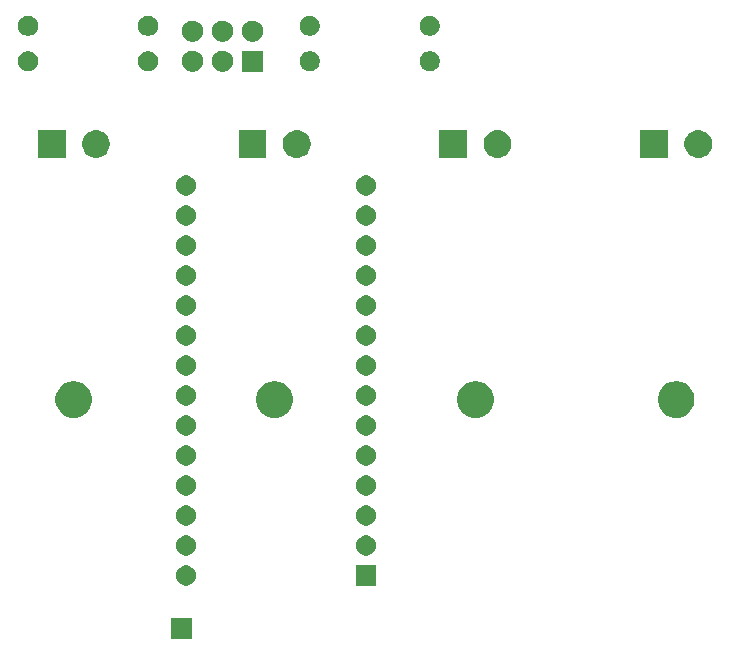
<source format=gts>
G04 #@! TF.GenerationSoftware,KiCad,Pcbnew,(5.1.5)-3*
G04 #@! TF.CreationDate,2021-02-08T23:57:45+00:00*
G04 #@! TF.ProjectId,faderbox,66616465-7262-46f7-982e-6b696361645f,rev?*
G04 #@! TF.SameCoordinates,Original*
G04 #@! TF.FileFunction,Soldermask,Top*
G04 #@! TF.FilePolarity,Negative*
%FSLAX46Y46*%
G04 Gerber Fmt 4.6, Leading zero omitted, Abs format (unit mm)*
G04 Created by KiCad (PCBNEW (5.1.5)-3) date 2021-02-08 23:57:45*
%MOMM*%
%LPD*%
G04 APERTURE LIST*
%ADD10C,0.100000*%
G04 APERTURE END LIST*
D10*
G36*
X69901000Y-80901000D02*
G01*
X68099000Y-80901000D01*
X68099000Y-79099000D01*
X69901000Y-79099000D01*
X69901000Y-80901000D01*
G37*
G36*
X85471000Y-76391000D02*
G01*
X83769000Y-76391000D01*
X83769000Y-74689000D01*
X85471000Y-74689000D01*
X85471000Y-76391000D01*
G37*
G36*
X69628228Y-74721703D02*
G01*
X69783100Y-74785853D01*
X69922481Y-74878985D01*
X70041015Y-74997519D01*
X70134147Y-75136900D01*
X70198297Y-75291772D01*
X70231000Y-75456184D01*
X70231000Y-75623816D01*
X70198297Y-75788228D01*
X70134147Y-75943100D01*
X70041015Y-76082481D01*
X69922481Y-76201015D01*
X69783100Y-76294147D01*
X69628228Y-76358297D01*
X69463816Y-76391000D01*
X69296184Y-76391000D01*
X69131772Y-76358297D01*
X68976900Y-76294147D01*
X68837519Y-76201015D01*
X68718985Y-76082481D01*
X68625853Y-75943100D01*
X68561703Y-75788228D01*
X68529000Y-75623816D01*
X68529000Y-75456184D01*
X68561703Y-75291772D01*
X68625853Y-75136900D01*
X68718985Y-74997519D01*
X68837519Y-74878985D01*
X68976900Y-74785853D01*
X69131772Y-74721703D01*
X69296184Y-74689000D01*
X69463816Y-74689000D01*
X69628228Y-74721703D01*
G37*
G36*
X69628228Y-72181703D02*
G01*
X69783100Y-72245853D01*
X69922481Y-72338985D01*
X70041015Y-72457519D01*
X70134147Y-72596900D01*
X70198297Y-72751772D01*
X70231000Y-72916184D01*
X70231000Y-73083816D01*
X70198297Y-73248228D01*
X70134147Y-73403100D01*
X70041015Y-73542481D01*
X69922481Y-73661015D01*
X69783100Y-73754147D01*
X69628228Y-73818297D01*
X69463816Y-73851000D01*
X69296184Y-73851000D01*
X69131772Y-73818297D01*
X68976900Y-73754147D01*
X68837519Y-73661015D01*
X68718985Y-73542481D01*
X68625853Y-73403100D01*
X68561703Y-73248228D01*
X68529000Y-73083816D01*
X68529000Y-72916184D01*
X68561703Y-72751772D01*
X68625853Y-72596900D01*
X68718985Y-72457519D01*
X68837519Y-72338985D01*
X68976900Y-72245853D01*
X69131772Y-72181703D01*
X69296184Y-72149000D01*
X69463816Y-72149000D01*
X69628228Y-72181703D01*
G37*
G36*
X84868228Y-72181703D02*
G01*
X85023100Y-72245853D01*
X85162481Y-72338985D01*
X85281015Y-72457519D01*
X85374147Y-72596900D01*
X85438297Y-72751772D01*
X85471000Y-72916184D01*
X85471000Y-73083816D01*
X85438297Y-73248228D01*
X85374147Y-73403100D01*
X85281015Y-73542481D01*
X85162481Y-73661015D01*
X85023100Y-73754147D01*
X84868228Y-73818297D01*
X84703816Y-73851000D01*
X84536184Y-73851000D01*
X84371772Y-73818297D01*
X84216900Y-73754147D01*
X84077519Y-73661015D01*
X83958985Y-73542481D01*
X83865853Y-73403100D01*
X83801703Y-73248228D01*
X83769000Y-73083816D01*
X83769000Y-72916184D01*
X83801703Y-72751772D01*
X83865853Y-72596900D01*
X83958985Y-72457519D01*
X84077519Y-72338985D01*
X84216900Y-72245853D01*
X84371772Y-72181703D01*
X84536184Y-72149000D01*
X84703816Y-72149000D01*
X84868228Y-72181703D01*
G37*
G36*
X84868228Y-69641703D02*
G01*
X85023100Y-69705853D01*
X85162481Y-69798985D01*
X85281015Y-69917519D01*
X85374147Y-70056900D01*
X85438297Y-70211772D01*
X85471000Y-70376184D01*
X85471000Y-70543816D01*
X85438297Y-70708228D01*
X85374147Y-70863100D01*
X85281015Y-71002481D01*
X85162481Y-71121015D01*
X85023100Y-71214147D01*
X84868228Y-71278297D01*
X84703816Y-71311000D01*
X84536184Y-71311000D01*
X84371772Y-71278297D01*
X84216900Y-71214147D01*
X84077519Y-71121015D01*
X83958985Y-71002481D01*
X83865853Y-70863100D01*
X83801703Y-70708228D01*
X83769000Y-70543816D01*
X83769000Y-70376184D01*
X83801703Y-70211772D01*
X83865853Y-70056900D01*
X83958985Y-69917519D01*
X84077519Y-69798985D01*
X84216900Y-69705853D01*
X84371772Y-69641703D01*
X84536184Y-69609000D01*
X84703816Y-69609000D01*
X84868228Y-69641703D01*
G37*
G36*
X69628228Y-69641703D02*
G01*
X69783100Y-69705853D01*
X69922481Y-69798985D01*
X70041015Y-69917519D01*
X70134147Y-70056900D01*
X70198297Y-70211772D01*
X70231000Y-70376184D01*
X70231000Y-70543816D01*
X70198297Y-70708228D01*
X70134147Y-70863100D01*
X70041015Y-71002481D01*
X69922481Y-71121015D01*
X69783100Y-71214147D01*
X69628228Y-71278297D01*
X69463816Y-71311000D01*
X69296184Y-71311000D01*
X69131772Y-71278297D01*
X68976900Y-71214147D01*
X68837519Y-71121015D01*
X68718985Y-71002481D01*
X68625853Y-70863100D01*
X68561703Y-70708228D01*
X68529000Y-70543816D01*
X68529000Y-70376184D01*
X68561703Y-70211772D01*
X68625853Y-70056900D01*
X68718985Y-69917519D01*
X68837519Y-69798985D01*
X68976900Y-69705853D01*
X69131772Y-69641703D01*
X69296184Y-69609000D01*
X69463816Y-69609000D01*
X69628228Y-69641703D01*
G37*
G36*
X84868228Y-67101703D02*
G01*
X85023100Y-67165853D01*
X85162481Y-67258985D01*
X85281015Y-67377519D01*
X85374147Y-67516900D01*
X85438297Y-67671772D01*
X85471000Y-67836184D01*
X85471000Y-68003816D01*
X85438297Y-68168228D01*
X85374147Y-68323100D01*
X85281015Y-68462481D01*
X85162481Y-68581015D01*
X85023100Y-68674147D01*
X84868228Y-68738297D01*
X84703816Y-68771000D01*
X84536184Y-68771000D01*
X84371772Y-68738297D01*
X84216900Y-68674147D01*
X84077519Y-68581015D01*
X83958985Y-68462481D01*
X83865853Y-68323100D01*
X83801703Y-68168228D01*
X83769000Y-68003816D01*
X83769000Y-67836184D01*
X83801703Y-67671772D01*
X83865853Y-67516900D01*
X83958985Y-67377519D01*
X84077519Y-67258985D01*
X84216900Y-67165853D01*
X84371772Y-67101703D01*
X84536184Y-67069000D01*
X84703816Y-67069000D01*
X84868228Y-67101703D01*
G37*
G36*
X69628228Y-67101703D02*
G01*
X69783100Y-67165853D01*
X69922481Y-67258985D01*
X70041015Y-67377519D01*
X70134147Y-67516900D01*
X70198297Y-67671772D01*
X70231000Y-67836184D01*
X70231000Y-68003816D01*
X70198297Y-68168228D01*
X70134147Y-68323100D01*
X70041015Y-68462481D01*
X69922481Y-68581015D01*
X69783100Y-68674147D01*
X69628228Y-68738297D01*
X69463816Y-68771000D01*
X69296184Y-68771000D01*
X69131772Y-68738297D01*
X68976900Y-68674147D01*
X68837519Y-68581015D01*
X68718985Y-68462481D01*
X68625853Y-68323100D01*
X68561703Y-68168228D01*
X68529000Y-68003816D01*
X68529000Y-67836184D01*
X68561703Y-67671772D01*
X68625853Y-67516900D01*
X68718985Y-67377519D01*
X68837519Y-67258985D01*
X68976900Y-67165853D01*
X69131772Y-67101703D01*
X69296184Y-67069000D01*
X69463816Y-67069000D01*
X69628228Y-67101703D01*
G37*
G36*
X69628228Y-64561703D02*
G01*
X69783100Y-64625853D01*
X69922481Y-64718985D01*
X70041015Y-64837519D01*
X70134147Y-64976900D01*
X70198297Y-65131772D01*
X70231000Y-65296184D01*
X70231000Y-65463816D01*
X70198297Y-65628228D01*
X70134147Y-65783100D01*
X70041015Y-65922481D01*
X69922481Y-66041015D01*
X69783100Y-66134147D01*
X69628228Y-66198297D01*
X69463816Y-66231000D01*
X69296184Y-66231000D01*
X69131772Y-66198297D01*
X68976900Y-66134147D01*
X68837519Y-66041015D01*
X68718985Y-65922481D01*
X68625853Y-65783100D01*
X68561703Y-65628228D01*
X68529000Y-65463816D01*
X68529000Y-65296184D01*
X68561703Y-65131772D01*
X68625853Y-64976900D01*
X68718985Y-64837519D01*
X68837519Y-64718985D01*
X68976900Y-64625853D01*
X69131772Y-64561703D01*
X69296184Y-64529000D01*
X69463816Y-64529000D01*
X69628228Y-64561703D01*
G37*
G36*
X84868228Y-64561703D02*
G01*
X85023100Y-64625853D01*
X85162481Y-64718985D01*
X85281015Y-64837519D01*
X85374147Y-64976900D01*
X85438297Y-65131772D01*
X85471000Y-65296184D01*
X85471000Y-65463816D01*
X85438297Y-65628228D01*
X85374147Y-65783100D01*
X85281015Y-65922481D01*
X85162481Y-66041015D01*
X85023100Y-66134147D01*
X84868228Y-66198297D01*
X84703816Y-66231000D01*
X84536184Y-66231000D01*
X84371772Y-66198297D01*
X84216900Y-66134147D01*
X84077519Y-66041015D01*
X83958985Y-65922481D01*
X83865853Y-65783100D01*
X83801703Y-65628228D01*
X83769000Y-65463816D01*
X83769000Y-65296184D01*
X83801703Y-65131772D01*
X83865853Y-64976900D01*
X83958985Y-64837519D01*
X84077519Y-64718985D01*
X84216900Y-64625853D01*
X84371772Y-64561703D01*
X84536184Y-64529000D01*
X84703816Y-64529000D01*
X84868228Y-64561703D01*
G37*
G36*
X69628228Y-62021703D02*
G01*
X69783100Y-62085853D01*
X69922481Y-62178985D01*
X70041015Y-62297519D01*
X70134147Y-62436900D01*
X70198297Y-62591772D01*
X70231000Y-62756184D01*
X70231000Y-62923816D01*
X70198297Y-63088228D01*
X70134147Y-63243100D01*
X70041015Y-63382481D01*
X69922481Y-63501015D01*
X69783100Y-63594147D01*
X69628228Y-63658297D01*
X69463816Y-63691000D01*
X69296184Y-63691000D01*
X69131772Y-63658297D01*
X68976900Y-63594147D01*
X68837519Y-63501015D01*
X68718985Y-63382481D01*
X68625853Y-63243100D01*
X68561703Y-63088228D01*
X68529000Y-62923816D01*
X68529000Y-62756184D01*
X68561703Y-62591772D01*
X68625853Y-62436900D01*
X68718985Y-62297519D01*
X68837519Y-62178985D01*
X68976900Y-62085853D01*
X69131772Y-62021703D01*
X69296184Y-61989000D01*
X69463816Y-61989000D01*
X69628228Y-62021703D01*
G37*
G36*
X84868228Y-62021703D02*
G01*
X85023100Y-62085853D01*
X85162481Y-62178985D01*
X85281015Y-62297519D01*
X85374147Y-62436900D01*
X85438297Y-62591772D01*
X85471000Y-62756184D01*
X85471000Y-62923816D01*
X85438297Y-63088228D01*
X85374147Y-63243100D01*
X85281015Y-63382481D01*
X85162481Y-63501015D01*
X85023100Y-63594147D01*
X84868228Y-63658297D01*
X84703816Y-63691000D01*
X84536184Y-63691000D01*
X84371772Y-63658297D01*
X84216900Y-63594147D01*
X84077519Y-63501015D01*
X83958985Y-63382481D01*
X83865853Y-63243100D01*
X83801703Y-63088228D01*
X83769000Y-62923816D01*
X83769000Y-62756184D01*
X83801703Y-62591772D01*
X83865853Y-62436900D01*
X83958985Y-62297519D01*
X84077519Y-62178985D01*
X84216900Y-62085853D01*
X84371772Y-62021703D01*
X84536184Y-61989000D01*
X84703816Y-61989000D01*
X84868228Y-62021703D01*
G37*
G36*
X94177585Y-59128802D02*
G01*
X94327410Y-59158604D01*
X94609674Y-59275521D01*
X94863705Y-59445259D01*
X95079741Y-59661295D01*
X95249479Y-59915326D01*
X95366396Y-60197590D01*
X95426000Y-60497240D01*
X95426000Y-60802760D01*
X95366396Y-61102410D01*
X95249479Y-61384674D01*
X95079741Y-61638705D01*
X94863705Y-61854741D01*
X94609674Y-62024479D01*
X94327410Y-62141396D01*
X94177585Y-62171198D01*
X94027761Y-62201000D01*
X93722239Y-62201000D01*
X93572415Y-62171198D01*
X93422590Y-62141396D01*
X93140326Y-62024479D01*
X92886295Y-61854741D01*
X92670259Y-61638705D01*
X92500521Y-61384674D01*
X92383604Y-61102410D01*
X92324000Y-60802760D01*
X92324000Y-60497240D01*
X92383604Y-60197590D01*
X92500521Y-59915326D01*
X92670259Y-59661295D01*
X92886295Y-59445259D01*
X93140326Y-59275521D01*
X93422590Y-59158604D01*
X93572415Y-59128802D01*
X93722239Y-59099000D01*
X94027761Y-59099000D01*
X94177585Y-59128802D01*
G37*
G36*
X77177585Y-59128802D02*
G01*
X77327410Y-59158604D01*
X77609674Y-59275521D01*
X77863705Y-59445259D01*
X78079741Y-59661295D01*
X78249479Y-59915326D01*
X78366396Y-60197590D01*
X78426000Y-60497240D01*
X78426000Y-60802760D01*
X78366396Y-61102410D01*
X78249479Y-61384674D01*
X78079741Y-61638705D01*
X77863705Y-61854741D01*
X77609674Y-62024479D01*
X77327410Y-62141396D01*
X77177585Y-62171198D01*
X77027761Y-62201000D01*
X76722239Y-62201000D01*
X76572415Y-62171198D01*
X76422590Y-62141396D01*
X76140326Y-62024479D01*
X75886295Y-61854741D01*
X75670259Y-61638705D01*
X75500521Y-61384674D01*
X75383604Y-61102410D01*
X75324000Y-60802760D01*
X75324000Y-60497240D01*
X75383604Y-60197590D01*
X75500521Y-59915326D01*
X75670259Y-59661295D01*
X75886295Y-59445259D01*
X76140326Y-59275521D01*
X76422590Y-59158604D01*
X76572415Y-59128802D01*
X76722239Y-59099000D01*
X77027761Y-59099000D01*
X77177585Y-59128802D01*
G37*
G36*
X111177585Y-59128802D02*
G01*
X111327410Y-59158604D01*
X111609674Y-59275521D01*
X111863705Y-59445259D01*
X112079741Y-59661295D01*
X112249479Y-59915326D01*
X112366396Y-60197590D01*
X112426000Y-60497240D01*
X112426000Y-60802760D01*
X112366396Y-61102410D01*
X112249479Y-61384674D01*
X112079741Y-61638705D01*
X111863705Y-61854741D01*
X111609674Y-62024479D01*
X111327410Y-62141396D01*
X111177585Y-62171198D01*
X111027761Y-62201000D01*
X110722239Y-62201000D01*
X110572415Y-62171198D01*
X110422590Y-62141396D01*
X110140326Y-62024479D01*
X109886295Y-61854741D01*
X109670259Y-61638705D01*
X109500521Y-61384674D01*
X109383604Y-61102410D01*
X109324000Y-60802760D01*
X109324000Y-60497240D01*
X109383604Y-60197590D01*
X109500521Y-59915326D01*
X109670259Y-59661295D01*
X109886295Y-59445259D01*
X110140326Y-59275521D01*
X110422590Y-59158604D01*
X110572415Y-59128802D01*
X110722239Y-59099000D01*
X111027761Y-59099000D01*
X111177585Y-59128802D01*
G37*
G36*
X60177585Y-59128802D02*
G01*
X60327410Y-59158604D01*
X60609674Y-59275521D01*
X60863705Y-59445259D01*
X61079741Y-59661295D01*
X61249479Y-59915326D01*
X61366396Y-60197590D01*
X61426000Y-60497240D01*
X61426000Y-60802760D01*
X61366396Y-61102410D01*
X61249479Y-61384674D01*
X61079741Y-61638705D01*
X60863705Y-61854741D01*
X60609674Y-62024479D01*
X60327410Y-62141396D01*
X60177585Y-62171198D01*
X60027761Y-62201000D01*
X59722239Y-62201000D01*
X59572415Y-62171198D01*
X59422590Y-62141396D01*
X59140326Y-62024479D01*
X58886295Y-61854741D01*
X58670259Y-61638705D01*
X58500521Y-61384674D01*
X58383604Y-61102410D01*
X58324000Y-60802760D01*
X58324000Y-60497240D01*
X58383604Y-60197590D01*
X58500521Y-59915326D01*
X58670259Y-59661295D01*
X58886295Y-59445259D01*
X59140326Y-59275521D01*
X59422590Y-59158604D01*
X59572415Y-59128802D01*
X59722239Y-59099000D01*
X60027761Y-59099000D01*
X60177585Y-59128802D01*
G37*
G36*
X69628228Y-59481703D02*
G01*
X69783100Y-59545853D01*
X69922481Y-59638985D01*
X70041015Y-59757519D01*
X70134147Y-59896900D01*
X70198297Y-60051772D01*
X70231000Y-60216184D01*
X70231000Y-60383816D01*
X70198297Y-60548228D01*
X70134147Y-60703100D01*
X70041015Y-60842481D01*
X69922481Y-60961015D01*
X69783100Y-61054147D01*
X69628228Y-61118297D01*
X69463816Y-61151000D01*
X69296184Y-61151000D01*
X69131772Y-61118297D01*
X68976900Y-61054147D01*
X68837519Y-60961015D01*
X68718985Y-60842481D01*
X68625853Y-60703100D01*
X68561703Y-60548228D01*
X68529000Y-60383816D01*
X68529000Y-60216184D01*
X68561703Y-60051772D01*
X68625853Y-59896900D01*
X68718985Y-59757519D01*
X68837519Y-59638985D01*
X68976900Y-59545853D01*
X69131772Y-59481703D01*
X69296184Y-59449000D01*
X69463816Y-59449000D01*
X69628228Y-59481703D01*
G37*
G36*
X84868228Y-59481703D02*
G01*
X85023100Y-59545853D01*
X85162481Y-59638985D01*
X85281015Y-59757519D01*
X85374147Y-59896900D01*
X85438297Y-60051772D01*
X85471000Y-60216184D01*
X85471000Y-60383816D01*
X85438297Y-60548228D01*
X85374147Y-60703100D01*
X85281015Y-60842481D01*
X85162481Y-60961015D01*
X85023100Y-61054147D01*
X84868228Y-61118297D01*
X84703816Y-61151000D01*
X84536184Y-61151000D01*
X84371772Y-61118297D01*
X84216900Y-61054147D01*
X84077519Y-60961015D01*
X83958985Y-60842481D01*
X83865853Y-60703100D01*
X83801703Y-60548228D01*
X83769000Y-60383816D01*
X83769000Y-60216184D01*
X83801703Y-60051772D01*
X83865853Y-59896900D01*
X83958985Y-59757519D01*
X84077519Y-59638985D01*
X84216900Y-59545853D01*
X84371772Y-59481703D01*
X84536184Y-59449000D01*
X84703816Y-59449000D01*
X84868228Y-59481703D01*
G37*
G36*
X84868228Y-56941703D02*
G01*
X85023100Y-57005853D01*
X85162481Y-57098985D01*
X85281015Y-57217519D01*
X85374147Y-57356900D01*
X85438297Y-57511772D01*
X85471000Y-57676184D01*
X85471000Y-57843816D01*
X85438297Y-58008228D01*
X85374147Y-58163100D01*
X85281015Y-58302481D01*
X85162481Y-58421015D01*
X85023100Y-58514147D01*
X84868228Y-58578297D01*
X84703816Y-58611000D01*
X84536184Y-58611000D01*
X84371772Y-58578297D01*
X84216900Y-58514147D01*
X84077519Y-58421015D01*
X83958985Y-58302481D01*
X83865853Y-58163100D01*
X83801703Y-58008228D01*
X83769000Y-57843816D01*
X83769000Y-57676184D01*
X83801703Y-57511772D01*
X83865853Y-57356900D01*
X83958985Y-57217519D01*
X84077519Y-57098985D01*
X84216900Y-57005853D01*
X84371772Y-56941703D01*
X84536184Y-56909000D01*
X84703816Y-56909000D01*
X84868228Y-56941703D01*
G37*
G36*
X69628228Y-56941703D02*
G01*
X69783100Y-57005853D01*
X69922481Y-57098985D01*
X70041015Y-57217519D01*
X70134147Y-57356900D01*
X70198297Y-57511772D01*
X70231000Y-57676184D01*
X70231000Y-57843816D01*
X70198297Y-58008228D01*
X70134147Y-58163100D01*
X70041015Y-58302481D01*
X69922481Y-58421015D01*
X69783100Y-58514147D01*
X69628228Y-58578297D01*
X69463816Y-58611000D01*
X69296184Y-58611000D01*
X69131772Y-58578297D01*
X68976900Y-58514147D01*
X68837519Y-58421015D01*
X68718985Y-58302481D01*
X68625853Y-58163100D01*
X68561703Y-58008228D01*
X68529000Y-57843816D01*
X68529000Y-57676184D01*
X68561703Y-57511772D01*
X68625853Y-57356900D01*
X68718985Y-57217519D01*
X68837519Y-57098985D01*
X68976900Y-57005853D01*
X69131772Y-56941703D01*
X69296184Y-56909000D01*
X69463816Y-56909000D01*
X69628228Y-56941703D01*
G37*
G36*
X84868228Y-54401703D02*
G01*
X85023100Y-54465853D01*
X85162481Y-54558985D01*
X85281015Y-54677519D01*
X85374147Y-54816900D01*
X85438297Y-54971772D01*
X85471000Y-55136184D01*
X85471000Y-55303816D01*
X85438297Y-55468228D01*
X85374147Y-55623100D01*
X85281015Y-55762481D01*
X85162481Y-55881015D01*
X85023100Y-55974147D01*
X84868228Y-56038297D01*
X84703816Y-56071000D01*
X84536184Y-56071000D01*
X84371772Y-56038297D01*
X84216900Y-55974147D01*
X84077519Y-55881015D01*
X83958985Y-55762481D01*
X83865853Y-55623100D01*
X83801703Y-55468228D01*
X83769000Y-55303816D01*
X83769000Y-55136184D01*
X83801703Y-54971772D01*
X83865853Y-54816900D01*
X83958985Y-54677519D01*
X84077519Y-54558985D01*
X84216900Y-54465853D01*
X84371772Y-54401703D01*
X84536184Y-54369000D01*
X84703816Y-54369000D01*
X84868228Y-54401703D01*
G37*
G36*
X69628228Y-54401703D02*
G01*
X69783100Y-54465853D01*
X69922481Y-54558985D01*
X70041015Y-54677519D01*
X70134147Y-54816900D01*
X70198297Y-54971772D01*
X70231000Y-55136184D01*
X70231000Y-55303816D01*
X70198297Y-55468228D01*
X70134147Y-55623100D01*
X70041015Y-55762481D01*
X69922481Y-55881015D01*
X69783100Y-55974147D01*
X69628228Y-56038297D01*
X69463816Y-56071000D01*
X69296184Y-56071000D01*
X69131772Y-56038297D01*
X68976900Y-55974147D01*
X68837519Y-55881015D01*
X68718985Y-55762481D01*
X68625853Y-55623100D01*
X68561703Y-55468228D01*
X68529000Y-55303816D01*
X68529000Y-55136184D01*
X68561703Y-54971772D01*
X68625853Y-54816900D01*
X68718985Y-54677519D01*
X68837519Y-54558985D01*
X68976900Y-54465853D01*
X69131772Y-54401703D01*
X69296184Y-54369000D01*
X69463816Y-54369000D01*
X69628228Y-54401703D01*
G37*
G36*
X84868228Y-51861703D02*
G01*
X85023100Y-51925853D01*
X85162481Y-52018985D01*
X85281015Y-52137519D01*
X85374147Y-52276900D01*
X85438297Y-52431772D01*
X85471000Y-52596184D01*
X85471000Y-52763816D01*
X85438297Y-52928228D01*
X85374147Y-53083100D01*
X85281015Y-53222481D01*
X85162481Y-53341015D01*
X85023100Y-53434147D01*
X84868228Y-53498297D01*
X84703816Y-53531000D01*
X84536184Y-53531000D01*
X84371772Y-53498297D01*
X84216900Y-53434147D01*
X84077519Y-53341015D01*
X83958985Y-53222481D01*
X83865853Y-53083100D01*
X83801703Y-52928228D01*
X83769000Y-52763816D01*
X83769000Y-52596184D01*
X83801703Y-52431772D01*
X83865853Y-52276900D01*
X83958985Y-52137519D01*
X84077519Y-52018985D01*
X84216900Y-51925853D01*
X84371772Y-51861703D01*
X84536184Y-51829000D01*
X84703816Y-51829000D01*
X84868228Y-51861703D01*
G37*
G36*
X69628228Y-51861703D02*
G01*
X69783100Y-51925853D01*
X69922481Y-52018985D01*
X70041015Y-52137519D01*
X70134147Y-52276900D01*
X70198297Y-52431772D01*
X70231000Y-52596184D01*
X70231000Y-52763816D01*
X70198297Y-52928228D01*
X70134147Y-53083100D01*
X70041015Y-53222481D01*
X69922481Y-53341015D01*
X69783100Y-53434147D01*
X69628228Y-53498297D01*
X69463816Y-53531000D01*
X69296184Y-53531000D01*
X69131772Y-53498297D01*
X68976900Y-53434147D01*
X68837519Y-53341015D01*
X68718985Y-53222481D01*
X68625853Y-53083100D01*
X68561703Y-52928228D01*
X68529000Y-52763816D01*
X68529000Y-52596184D01*
X68561703Y-52431772D01*
X68625853Y-52276900D01*
X68718985Y-52137519D01*
X68837519Y-52018985D01*
X68976900Y-51925853D01*
X69131772Y-51861703D01*
X69296184Y-51829000D01*
X69463816Y-51829000D01*
X69628228Y-51861703D01*
G37*
G36*
X84868228Y-49321703D02*
G01*
X85023100Y-49385853D01*
X85162481Y-49478985D01*
X85281015Y-49597519D01*
X85374147Y-49736900D01*
X85438297Y-49891772D01*
X85471000Y-50056184D01*
X85471000Y-50223816D01*
X85438297Y-50388228D01*
X85374147Y-50543100D01*
X85281015Y-50682481D01*
X85162481Y-50801015D01*
X85023100Y-50894147D01*
X84868228Y-50958297D01*
X84703816Y-50991000D01*
X84536184Y-50991000D01*
X84371772Y-50958297D01*
X84216900Y-50894147D01*
X84077519Y-50801015D01*
X83958985Y-50682481D01*
X83865853Y-50543100D01*
X83801703Y-50388228D01*
X83769000Y-50223816D01*
X83769000Y-50056184D01*
X83801703Y-49891772D01*
X83865853Y-49736900D01*
X83958985Y-49597519D01*
X84077519Y-49478985D01*
X84216900Y-49385853D01*
X84371772Y-49321703D01*
X84536184Y-49289000D01*
X84703816Y-49289000D01*
X84868228Y-49321703D01*
G37*
G36*
X69628228Y-49321703D02*
G01*
X69783100Y-49385853D01*
X69922481Y-49478985D01*
X70041015Y-49597519D01*
X70134147Y-49736900D01*
X70198297Y-49891772D01*
X70231000Y-50056184D01*
X70231000Y-50223816D01*
X70198297Y-50388228D01*
X70134147Y-50543100D01*
X70041015Y-50682481D01*
X69922481Y-50801015D01*
X69783100Y-50894147D01*
X69628228Y-50958297D01*
X69463816Y-50991000D01*
X69296184Y-50991000D01*
X69131772Y-50958297D01*
X68976900Y-50894147D01*
X68837519Y-50801015D01*
X68718985Y-50682481D01*
X68625853Y-50543100D01*
X68561703Y-50388228D01*
X68529000Y-50223816D01*
X68529000Y-50056184D01*
X68561703Y-49891772D01*
X68625853Y-49736900D01*
X68718985Y-49597519D01*
X68837519Y-49478985D01*
X68976900Y-49385853D01*
X69131772Y-49321703D01*
X69296184Y-49289000D01*
X69463816Y-49289000D01*
X69628228Y-49321703D01*
G37*
G36*
X84868228Y-46781703D02*
G01*
X85023100Y-46845853D01*
X85162481Y-46938985D01*
X85281015Y-47057519D01*
X85374147Y-47196900D01*
X85438297Y-47351772D01*
X85471000Y-47516184D01*
X85471000Y-47683816D01*
X85438297Y-47848228D01*
X85374147Y-48003100D01*
X85281015Y-48142481D01*
X85162481Y-48261015D01*
X85023100Y-48354147D01*
X84868228Y-48418297D01*
X84703816Y-48451000D01*
X84536184Y-48451000D01*
X84371772Y-48418297D01*
X84216900Y-48354147D01*
X84077519Y-48261015D01*
X83958985Y-48142481D01*
X83865853Y-48003100D01*
X83801703Y-47848228D01*
X83769000Y-47683816D01*
X83769000Y-47516184D01*
X83801703Y-47351772D01*
X83865853Y-47196900D01*
X83958985Y-47057519D01*
X84077519Y-46938985D01*
X84216900Y-46845853D01*
X84371772Y-46781703D01*
X84536184Y-46749000D01*
X84703816Y-46749000D01*
X84868228Y-46781703D01*
G37*
G36*
X69628228Y-46781703D02*
G01*
X69783100Y-46845853D01*
X69922481Y-46938985D01*
X70041015Y-47057519D01*
X70134147Y-47196900D01*
X70198297Y-47351772D01*
X70231000Y-47516184D01*
X70231000Y-47683816D01*
X70198297Y-47848228D01*
X70134147Y-48003100D01*
X70041015Y-48142481D01*
X69922481Y-48261015D01*
X69783100Y-48354147D01*
X69628228Y-48418297D01*
X69463816Y-48451000D01*
X69296184Y-48451000D01*
X69131772Y-48418297D01*
X68976900Y-48354147D01*
X68837519Y-48261015D01*
X68718985Y-48142481D01*
X68625853Y-48003100D01*
X68561703Y-47848228D01*
X68529000Y-47683816D01*
X68529000Y-47516184D01*
X68561703Y-47351772D01*
X68625853Y-47196900D01*
X68718985Y-47057519D01*
X68837519Y-46938985D01*
X68976900Y-46845853D01*
X69131772Y-46781703D01*
X69296184Y-46749000D01*
X69463816Y-46749000D01*
X69628228Y-46781703D01*
G37*
G36*
X84868228Y-44241703D02*
G01*
X85023100Y-44305853D01*
X85162481Y-44398985D01*
X85281015Y-44517519D01*
X85374147Y-44656900D01*
X85438297Y-44811772D01*
X85471000Y-44976184D01*
X85471000Y-45143816D01*
X85438297Y-45308228D01*
X85374147Y-45463100D01*
X85281015Y-45602481D01*
X85162481Y-45721015D01*
X85023100Y-45814147D01*
X84868228Y-45878297D01*
X84703816Y-45911000D01*
X84536184Y-45911000D01*
X84371772Y-45878297D01*
X84216900Y-45814147D01*
X84077519Y-45721015D01*
X83958985Y-45602481D01*
X83865853Y-45463100D01*
X83801703Y-45308228D01*
X83769000Y-45143816D01*
X83769000Y-44976184D01*
X83801703Y-44811772D01*
X83865853Y-44656900D01*
X83958985Y-44517519D01*
X84077519Y-44398985D01*
X84216900Y-44305853D01*
X84371772Y-44241703D01*
X84536184Y-44209000D01*
X84703816Y-44209000D01*
X84868228Y-44241703D01*
G37*
G36*
X69628228Y-44241703D02*
G01*
X69783100Y-44305853D01*
X69922481Y-44398985D01*
X70041015Y-44517519D01*
X70134147Y-44656900D01*
X70198297Y-44811772D01*
X70231000Y-44976184D01*
X70231000Y-45143816D01*
X70198297Y-45308228D01*
X70134147Y-45463100D01*
X70041015Y-45602481D01*
X69922481Y-45721015D01*
X69783100Y-45814147D01*
X69628228Y-45878297D01*
X69463816Y-45911000D01*
X69296184Y-45911000D01*
X69131772Y-45878297D01*
X68976900Y-45814147D01*
X68837519Y-45721015D01*
X68718985Y-45602481D01*
X68625853Y-45463100D01*
X68561703Y-45308228D01*
X68529000Y-45143816D01*
X68529000Y-44976184D01*
X68561703Y-44811772D01*
X68625853Y-44656900D01*
X68718985Y-44517519D01*
X68837519Y-44398985D01*
X68976900Y-44305853D01*
X69131772Y-44241703D01*
X69296184Y-44209000D01*
X69463816Y-44209000D01*
X69628228Y-44241703D01*
G37*
G36*
X84868228Y-41701703D02*
G01*
X85023100Y-41765853D01*
X85162481Y-41858985D01*
X85281015Y-41977519D01*
X85374147Y-42116900D01*
X85438297Y-42271772D01*
X85471000Y-42436184D01*
X85471000Y-42603816D01*
X85438297Y-42768228D01*
X85374147Y-42923100D01*
X85281015Y-43062481D01*
X85162481Y-43181015D01*
X85023100Y-43274147D01*
X84868228Y-43338297D01*
X84703816Y-43371000D01*
X84536184Y-43371000D01*
X84371772Y-43338297D01*
X84216900Y-43274147D01*
X84077519Y-43181015D01*
X83958985Y-43062481D01*
X83865853Y-42923100D01*
X83801703Y-42768228D01*
X83769000Y-42603816D01*
X83769000Y-42436184D01*
X83801703Y-42271772D01*
X83865853Y-42116900D01*
X83958985Y-41977519D01*
X84077519Y-41858985D01*
X84216900Y-41765853D01*
X84371772Y-41701703D01*
X84536184Y-41669000D01*
X84703816Y-41669000D01*
X84868228Y-41701703D01*
G37*
G36*
X69628228Y-41701703D02*
G01*
X69783100Y-41765853D01*
X69922481Y-41858985D01*
X70041015Y-41977519D01*
X70134147Y-42116900D01*
X70198297Y-42271772D01*
X70231000Y-42436184D01*
X70231000Y-42603816D01*
X70198297Y-42768228D01*
X70134147Y-42923100D01*
X70041015Y-43062481D01*
X69922481Y-43181015D01*
X69783100Y-43274147D01*
X69628228Y-43338297D01*
X69463816Y-43371000D01*
X69296184Y-43371000D01*
X69131772Y-43338297D01*
X68976900Y-43274147D01*
X68837519Y-43181015D01*
X68718985Y-43062481D01*
X68625853Y-42923100D01*
X68561703Y-42768228D01*
X68529000Y-42603816D01*
X68529000Y-42436184D01*
X68561703Y-42271772D01*
X68625853Y-42116900D01*
X68718985Y-41977519D01*
X68837519Y-41858985D01*
X68976900Y-41765853D01*
X69131772Y-41701703D01*
X69296184Y-41669000D01*
X69463816Y-41669000D01*
X69628228Y-41701703D01*
G37*
G36*
X93176000Y-40176000D02*
G01*
X90824000Y-40176000D01*
X90824000Y-37824000D01*
X93176000Y-37824000D01*
X93176000Y-40176000D01*
G37*
G36*
X61941560Y-37839064D02*
G01*
X62093027Y-37869193D01*
X62307045Y-37957842D01*
X62307046Y-37957843D01*
X62499654Y-38086539D01*
X62663461Y-38250346D01*
X62749258Y-38378751D01*
X62792158Y-38442955D01*
X62880807Y-38656973D01*
X62926000Y-38884174D01*
X62926000Y-39115826D01*
X62880807Y-39343027D01*
X62792158Y-39557045D01*
X62792157Y-39557046D01*
X62663461Y-39749654D01*
X62499654Y-39913461D01*
X62371249Y-39999258D01*
X62307045Y-40042158D01*
X62093027Y-40130807D01*
X61941560Y-40160936D01*
X61865827Y-40176000D01*
X61634173Y-40176000D01*
X61558440Y-40160936D01*
X61406973Y-40130807D01*
X61192955Y-40042158D01*
X61128751Y-39999258D01*
X61000346Y-39913461D01*
X60836539Y-39749654D01*
X60707843Y-39557046D01*
X60707842Y-39557045D01*
X60619193Y-39343027D01*
X60574000Y-39115826D01*
X60574000Y-38884174D01*
X60619193Y-38656973D01*
X60707842Y-38442955D01*
X60750742Y-38378751D01*
X60836539Y-38250346D01*
X61000346Y-38086539D01*
X61192954Y-37957843D01*
X61192955Y-37957842D01*
X61406973Y-37869193D01*
X61558440Y-37839064D01*
X61634173Y-37824000D01*
X61865827Y-37824000D01*
X61941560Y-37839064D01*
G37*
G36*
X59176000Y-40176000D02*
G01*
X56824000Y-40176000D01*
X56824000Y-37824000D01*
X59176000Y-37824000D01*
X59176000Y-40176000D01*
G37*
G36*
X112941560Y-37839064D02*
G01*
X113093027Y-37869193D01*
X113307045Y-37957842D01*
X113307046Y-37957843D01*
X113499654Y-38086539D01*
X113663461Y-38250346D01*
X113749258Y-38378751D01*
X113792158Y-38442955D01*
X113880807Y-38656973D01*
X113926000Y-38884174D01*
X113926000Y-39115826D01*
X113880807Y-39343027D01*
X113792158Y-39557045D01*
X113792157Y-39557046D01*
X113663461Y-39749654D01*
X113499654Y-39913461D01*
X113371249Y-39999258D01*
X113307045Y-40042158D01*
X113093027Y-40130807D01*
X112941560Y-40160936D01*
X112865827Y-40176000D01*
X112634173Y-40176000D01*
X112558440Y-40160936D01*
X112406973Y-40130807D01*
X112192955Y-40042158D01*
X112128751Y-39999258D01*
X112000346Y-39913461D01*
X111836539Y-39749654D01*
X111707843Y-39557046D01*
X111707842Y-39557045D01*
X111619193Y-39343027D01*
X111574000Y-39115826D01*
X111574000Y-38884174D01*
X111619193Y-38656973D01*
X111707842Y-38442955D01*
X111750742Y-38378751D01*
X111836539Y-38250346D01*
X112000346Y-38086539D01*
X112192954Y-37957843D01*
X112192955Y-37957842D01*
X112406973Y-37869193D01*
X112558440Y-37839064D01*
X112634173Y-37824000D01*
X112865827Y-37824000D01*
X112941560Y-37839064D01*
G37*
G36*
X110176000Y-40176000D02*
G01*
X107824000Y-40176000D01*
X107824000Y-37824000D01*
X110176000Y-37824000D01*
X110176000Y-40176000D01*
G37*
G36*
X95941560Y-37839064D02*
G01*
X96093027Y-37869193D01*
X96307045Y-37957842D01*
X96307046Y-37957843D01*
X96499654Y-38086539D01*
X96663461Y-38250346D01*
X96749258Y-38378751D01*
X96792158Y-38442955D01*
X96880807Y-38656973D01*
X96926000Y-38884174D01*
X96926000Y-39115826D01*
X96880807Y-39343027D01*
X96792158Y-39557045D01*
X96792157Y-39557046D01*
X96663461Y-39749654D01*
X96499654Y-39913461D01*
X96371249Y-39999258D01*
X96307045Y-40042158D01*
X96093027Y-40130807D01*
X95941560Y-40160936D01*
X95865827Y-40176000D01*
X95634173Y-40176000D01*
X95558440Y-40160936D01*
X95406973Y-40130807D01*
X95192955Y-40042158D01*
X95128751Y-39999258D01*
X95000346Y-39913461D01*
X94836539Y-39749654D01*
X94707843Y-39557046D01*
X94707842Y-39557045D01*
X94619193Y-39343027D01*
X94574000Y-39115826D01*
X94574000Y-38884174D01*
X94619193Y-38656973D01*
X94707842Y-38442955D01*
X94750742Y-38378751D01*
X94836539Y-38250346D01*
X95000346Y-38086539D01*
X95192954Y-37957843D01*
X95192955Y-37957842D01*
X95406973Y-37869193D01*
X95558440Y-37839064D01*
X95634173Y-37824000D01*
X95865827Y-37824000D01*
X95941560Y-37839064D01*
G37*
G36*
X78941560Y-37839064D02*
G01*
X79093027Y-37869193D01*
X79307045Y-37957842D01*
X79307046Y-37957843D01*
X79499654Y-38086539D01*
X79663461Y-38250346D01*
X79749258Y-38378751D01*
X79792158Y-38442955D01*
X79880807Y-38656973D01*
X79926000Y-38884174D01*
X79926000Y-39115826D01*
X79880807Y-39343027D01*
X79792158Y-39557045D01*
X79792157Y-39557046D01*
X79663461Y-39749654D01*
X79499654Y-39913461D01*
X79371249Y-39999258D01*
X79307045Y-40042158D01*
X79093027Y-40130807D01*
X78941560Y-40160936D01*
X78865827Y-40176000D01*
X78634173Y-40176000D01*
X78558440Y-40160936D01*
X78406973Y-40130807D01*
X78192955Y-40042158D01*
X78128751Y-39999258D01*
X78000346Y-39913461D01*
X77836539Y-39749654D01*
X77707843Y-39557046D01*
X77707842Y-39557045D01*
X77619193Y-39343027D01*
X77574000Y-39115826D01*
X77574000Y-38884174D01*
X77619193Y-38656973D01*
X77707842Y-38442955D01*
X77750742Y-38378751D01*
X77836539Y-38250346D01*
X78000346Y-38086539D01*
X78192954Y-37957843D01*
X78192955Y-37957842D01*
X78406973Y-37869193D01*
X78558440Y-37839064D01*
X78634173Y-37824000D01*
X78865827Y-37824000D01*
X78941560Y-37839064D01*
G37*
G36*
X76176000Y-40176000D02*
G01*
X73824000Y-40176000D01*
X73824000Y-37824000D01*
X76176000Y-37824000D01*
X76176000Y-40176000D01*
G37*
G36*
X72573512Y-31103927D02*
G01*
X72722812Y-31133624D01*
X72886784Y-31201544D01*
X73034354Y-31300147D01*
X73159853Y-31425646D01*
X73258456Y-31573216D01*
X73326376Y-31737188D01*
X73361000Y-31911259D01*
X73361000Y-32088741D01*
X73326376Y-32262812D01*
X73258456Y-32426784D01*
X73159853Y-32574354D01*
X73034354Y-32699853D01*
X72886784Y-32798456D01*
X72722812Y-32866376D01*
X72573512Y-32896073D01*
X72548742Y-32901000D01*
X72371258Y-32901000D01*
X72346488Y-32896073D01*
X72197188Y-32866376D01*
X72033216Y-32798456D01*
X71885646Y-32699853D01*
X71760147Y-32574354D01*
X71661544Y-32426784D01*
X71593624Y-32262812D01*
X71559000Y-32088741D01*
X71559000Y-31911259D01*
X71593624Y-31737188D01*
X71661544Y-31573216D01*
X71760147Y-31425646D01*
X71885646Y-31300147D01*
X72033216Y-31201544D01*
X72197188Y-31133624D01*
X72346488Y-31103927D01*
X72371258Y-31099000D01*
X72548742Y-31099000D01*
X72573512Y-31103927D01*
G37*
G36*
X70033512Y-31103927D02*
G01*
X70182812Y-31133624D01*
X70346784Y-31201544D01*
X70494354Y-31300147D01*
X70619853Y-31425646D01*
X70718456Y-31573216D01*
X70786376Y-31737188D01*
X70821000Y-31911259D01*
X70821000Y-32088741D01*
X70786376Y-32262812D01*
X70718456Y-32426784D01*
X70619853Y-32574354D01*
X70494354Y-32699853D01*
X70346784Y-32798456D01*
X70182812Y-32866376D01*
X70033512Y-32896073D01*
X70008742Y-32901000D01*
X69831258Y-32901000D01*
X69806488Y-32896073D01*
X69657188Y-32866376D01*
X69493216Y-32798456D01*
X69345646Y-32699853D01*
X69220147Y-32574354D01*
X69121544Y-32426784D01*
X69053624Y-32262812D01*
X69019000Y-32088741D01*
X69019000Y-31911259D01*
X69053624Y-31737188D01*
X69121544Y-31573216D01*
X69220147Y-31425646D01*
X69345646Y-31300147D01*
X69493216Y-31201544D01*
X69657188Y-31133624D01*
X69806488Y-31103927D01*
X69831258Y-31099000D01*
X70008742Y-31099000D01*
X70033512Y-31103927D01*
G37*
G36*
X75901000Y-32901000D02*
G01*
X74099000Y-32901000D01*
X74099000Y-31099000D01*
X75901000Y-31099000D01*
X75901000Y-32901000D01*
G37*
G36*
X66408228Y-31181703D02*
G01*
X66563100Y-31245853D01*
X66702481Y-31338985D01*
X66821015Y-31457519D01*
X66914147Y-31596900D01*
X66978297Y-31751772D01*
X67011000Y-31916184D01*
X67011000Y-32083816D01*
X66978297Y-32248228D01*
X66914147Y-32403100D01*
X66821015Y-32542481D01*
X66702481Y-32661015D01*
X66563100Y-32754147D01*
X66408228Y-32818297D01*
X66243816Y-32851000D01*
X66076184Y-32851000D01*
X65911772Y-32818297D01*
X65756900Y-32754147D01*
X65617519Y-32661015D01*
X65498985Y-32542481D01*
X65405853Y-32403100D01*
X65341703Y-32248228D01*
X65309000Y-32083816D01*
X65309000Y-31916184D01*
X65341703Y-31751772D01*
X65405853Y-31596900D01*
X65498985Y-31457519D01*
X65617519Y-31338985D01*
X65756900Y-31245853D01*
X65911772Y-31181703D01*
X66076184Y-31149000D01*
X66243816Y-31149000D01*
X66408228Y-31181703D01*
G37*
G36*
X90248228Y-31181703D02*
G01*
X90403100Y-31245853D01*
X90542481Y-31338985D01*
X90661015Y-31457519D01*
X90754147Y-31596900D01*
X90818297Y-31751772D01*
X90851000Y-31916184D01*
X90851000Y-32083816D01*
X90818297Y-32248228D01*
X90754147Y-32403100D01*
X90661015Y-32542481D01*
X90542481Y-32661015D01*
X90403100Y-32754147D01*
X90248228Y-32818297D01*
X90083816Y-32851000D01*
X89916184Y-32851000D01*
X89751772Y-32818297D01*
X89596900Y-32754147D01*
X89457519Y-32661015D01*
X89338985Y-32542481D01*
X89245853Y-32403100D01*
X89181703Y-32248228D01*
X89149000Y-32083816D01*
X89149000Y-31916184D01*
X89181703Y-31751772D01*
X89245853Y-31596900D01*
X89338985Y-31457519D01*
X89457519Y-31338985D01*
X89596900Y-31245853D01*
X89751772Y-31181703D01*
X89916184Y-31149000D01*
X90083816Y-31149000D01*
X90248228Y-31181703D01*
G37*
G36*
X80088228Y-31181703D02*
G01*
X80243100Y-31245853D01*
X80382481Y-31338985D01*
X80501015Y-31457519D01*
X80594147Y-31596900D01*
X80658297Y-31751772D01*
X80691000Y-31916184D01*
X80691000Y-32083816D01*
X80658297Y-32248228D01*
X80594147Y-32403100D01*
X80501015Y-32542481D01*
X80382481Y-32661015D01*
X80243100Y-32754147D01*
X80088228Y-32818297D01*
X79923816Y-32851000D01*
X79756184Y-32851000D01*
X79591772Y-32818297D01*
X79436900Y-32754147D01*
X79297519Y-32661015D01*
X79178985Y-32542481D01*
X79085853Y-32403100D01*
X79021703Y-32248228D01*
X78989000Y-32083816D01*
X78989000Y-31916184D01*
X79021703Y-31751772D01*
X79085853Y-31596900D01*
X79178985Y-31457519D01*
X79297519Y-31338985D01*
X79436900Y-31245853D01*
X79591772Y-31181703D01*
X79756184Y-31149000D01*
X79923816Y-31149000D01*
X80088228Y-31181703D01*
G37*
G36*
X56248228Y-31181703D02*
G01*
X56403100Y-31245853D01*
X56542481Y-31338985D01*
X56661015Y-31457519D01*
X56754147Y-31596900D01*
X56818297Y-31751772D01*
X56851000Y-31916184D01*
X56851000Y-32083816D01*
X56818297Y-32248228D01*
X56754147Y-32403100D01*
X56661015Y-32542481D01*
X56542481Y-32661015D01*
X56403100Y-32754147D01*
X56248228Y-32818297D01*
X56083816Y-32851000D01*
X55916184Y-32851000D01*
X55751772Y-32818297D01*
X55596900Y-32754147D01*
X55457519Y-32661015D01*
X55338985Y-32542481D01*
X55245853Y-32403100D01*
X55181703Y-32248228D01*
X55149000Y-32083816D01*
X55149000Y-31916184D01*
X55181703Y-31751772D01*
X55245853Y-31596900D01*
X55338985Y-31457519D01*
X55457519Y-31338985D01*
X55596900Y-31245853D01*
X55751772Y-31181703D01*
X55916184Y-31149000D01*
X56083816Y-31149000D01*
X56248228Y-31181703D01*
G37*
G36*
X72573512Y-28563927D02*
G01*
X72722812Y-28593624D01*
X72886784Y-28661544D01*
X73034354Y-28760147D01*
X73159853Y-28885646D01*
X73258456Y-29033216D01*
X73326376Y-29197188D01*
X73361000Y-29371259D01*
X73361000Y-29548741D01*
X73326376Y-29722812D01*
X73258456Y-29886784D01*
X73159853Y-30034354D01*
X73034354Y-30159853D01*
X72886784Y-30258456D01*
X72722812Y-30326376D01*
X72573512Y-30356073D01*
X72548742Y-30361000D01*
X72371258Y-30361000D01*
X72346488Y-30356073D01*
X72197188Y-30326376D01*
X72033216Y-30258456D01*
X71885646Y-30159853D01*
X71760147Y-30034354D01*
X71661544Y-29886784D01*
X71593624Y-29722812D01*
X71559000Y-29548741D01*
X71559000Y-29371259D01*
X71593624Y-29197188D01*
X71661544Y-29033216D01*
X71760147Y-28885646D01*
X71885646Y-28760147D01*
X72033216Y-28661544D01*
X72197188Y-28593624D01*
X72346488Y-28563927D01*
X72371258Y-28559000D01*
X72548742Y-28559000D01*
X72573512Y-28563927D01*
G37*
G36*
X70033512Y-28563927D02*
G01*
X70182812Y-28593624D01*
X70346784Y-28661544D01*
X70494354Y-28760147D01*
X70619853Y-28885646D01*
X70718456Y-29033216D01*
X70786376Y-29197188D01*
X70821000Y-29371259D01*
X70821000Y-29548741D01*
X70786376Y-29722812D01*
X70718456Y-29886784D01*
X70619853Y-30034354D01*
X70494354Y-30159853D01*
X70346784Y-30258456D01*
X70182812Y-30326376D01*
X70033512Y-30356073D01*
X70008742Y-30361000D01*
X69831258Y-30361000D01*
X69806488Y-30356073D01*
X69657188Y-30326376D01*
X69493216Y-30258456D01*
X69345646Y-30159853D01*
X69220147Y-30034354D01*
X69121544Y-29886784D01*
X69053624Y-29722812D01*
X69019000Y-29548741D01*
X69019000Y-29371259D01*
X69053624Y-29197188D01*
X69121544Y-29033216D01*
X69220147Y-28885646D01*
X69345646Y-28760147D01*
X69493216Y-28661544D01*
X69657188Y-28593624D01*
X69806488Y-28563927D01*
X69831258Y-28559000D01*
X70008742Y-28559000D01*
X70033512Y-28563927D01*
G37*
G36*
X75113512Y-28563927D02*
G01*
X75262812Y-28593624D01*
X75426784Y-28661544D01*
X75574354Y-28760147D01*
X75699853Y-28885646D01*
X75798456Y-29033216D01*
X75866376Y-29197188D01*
X75901000Y-29371259D01*
X75901000Y-29548741D01*
X75866376Y-29722812D01*
X75798456Y-29886784D01*
X75699853Y-30034354D01*
X75574354Y-30159853D01*
X75426784Y-30258456D01*
X75262812Y-30326376D01*
X75113512Y-30356073D01*
X75088742Y-30361000D01*
X74911258Y-30361000D01*
X74886488Y-30356073D01*
X74737188Y-30326376D01*
X74573216Y-30258456D01*
X74425646Y-30159853D01*
X74300147Y-30034354D01*
X74201544Y-29886784D01*
X74133624Y-29722812D01*
X74099000Y-29548741D01*
X74099000Y-29371259D01*
X74133624Y-29197188D01*
X74201544Y-29033216D01*
X74300147Y-28885646D01*
X74425646Y-28760147D01*
X74573216Y-28661544D01*
X74737188Y-28593624D01*
X74886488Y-28563927D01*
X74911258Y-28559000D01*
X75088742Y-28559000D01*
X75113512Y-28563927D01*
G37*
G36*
X66408228Y-28181703D02*
G01*
X66563100Y-28245853D01*
X66702481Y-28338985D01*
X66821015Y-28457519D01*
X66914147Y-28596900D01*
X66978297Y-28751772D01*
X67011000Y-28916184D01*
X67011000Y-29083816D01*
X66978297Y-29248228D01*
X66914147Y-29403100D01*
X66821015Y-29542481D01*
X66702481Y-29661015D01*
X66563100Y-29754147D01*
X66408228Y-29818297D01*
X66243816Y-29851000D01*
X66076184Y-29851000D01*
X65911772Y-29818297D01*
X65756900Y-29754147D01*
X65617519Y-29661015D01*
X65498985Y-29542481D01*
X65405853Y-29403100D01*
X65341703Y-29248228D01*
X65309000Y-29083816D01*
X65309000Y-28916184D01*
X65341703Y-28751772D01*
X65405853Y-28596900D01*
X65498985Y-28457519D01*
X65617519Y-28338985D01*
X65756900Y-28245853D01*
X65911772Y-28181703D01*
X66076184Y-28149000D01*
X66243816Y-28149000D01*
X66408228Y-28181703D01*
G37*
G36*
X90248228Y-28181703D02*
G01*
X90403100Y-28245853D01*
X90542481Y-28338985D01*
X90661015Y-28457519D01*
X90754147Y-28596900D01*
X90818297Y-28751772D01*
X90851000Y-28916184D01*
X90851000Y-29083816D01*
X90818297Y-29248228D01*
X90754147Y-29403100D01*
X90661015Y-29542481D01*
X90542481Y-29661015D01*
X90403100Y-29754147D01*
X90248228Y-29818297D01*
X90083816Y-29851000D01*
X89916184Y-29851000D01*
X89751772Y-29818297D01*
X89596900Y-29754147D01*
X89457519Y-29661015D01*
X89338985Y-29542481D01*
X89245853Y-29403100D01*
X89181703Y-29248228D01*
X89149000Y-29083816D01*
X89149000Y-28916184D01*
X89181703Y-28751772D01*
X89245853Y-28596900D01*
X89338985Y-28457519D01*
X89457519Y-28338985D01*
X89596900Y-28245853D01*
X89751772Y-28181703D01*
X89916184Y-28149000D01*
X90083816Y-28149000D01*
X90248228Y-28181703D01*
G37*
G36*
X80088228Y-28181703D02*
G01*
X80243100Y-28245853D01*
X80382481Y-28338985D01*
X80501015Y-28457519D01*
X80594147Y-28596900D01*
X80658297Y-28751772D01*
X80691000Y-28916184D01*
X80691000Y-29083816D01*
X80658297Y-29248228D01*
X80594147Y-29403100D01*
X80501015Y-29542481D01*
X80382481Y-29661015D01*
X80243100Y-29754147D01*
X80088228Y-29818297D01*
X79923816Y-29851000D01*
X79756184Y-29851000D01*
X79591772Y-29818297D01*
X79436900Y-29754147D01*
X79297519Y-29661015D01*
X79178985Y-29542481D01*
X79085853Y-29403100D01*
X79021703Y-29248228D01*
X78989000Y-29083816D01*
X78989000Y-28916184D01*
X79021703Y-28751772D01*
X79085853Y-28596900D01*
X79178985Y-28457519D01*
X79297519Y-28338985D01*
X79436900Y-28245853D01*
X79591772Y-28181703D01*
X79756184Y-28149000D01*
X79923816Y-28149000D01*
X80088228Y-28181703D01*
G37*
G36*
X56248228Y-28181703D02*
G01*
X56403100Y-28245853D01*
X56542481Y-28338985D01*
X56661015Y-28457519D01*
X56754147Y-28596900D01*
X56818297Y-28751772D01*
X56851000Y-28916184D01*
X56851000Y-29083816D01*
X56818297Y-29248228D01*
X56754147Y-29403100D01*
X56661015Y-29542481D01*
X56542481Y-29661015D01*
X56403100Y-29754147D01*
X56248228Y-29818297D01*
X56083816Y-29851000D01*
X55916184Y-29851000D01*
X55751772Y-29818297D01*
X55596900Y-29754147D01*
X55457519Y-29661015D01*
X55338985Y-29542481D01*
X55245853Y-29403100D01*
X55181703Y-29248228D01*
X55149000Y-29083816D01*
X55149000Y-28916184D01*
X55181703Y-28751772D01*
X55245853Y-28596900D01*
X55338985Y-28457519D01*
X55457519Y-28338985D01*
X55596900Y-28245853D01*
X55751772Y-28181703D01*
X55916184Y-28149000D01*
X56083816Y-28149000D01*
X56248228Y-28181703D01*
G37*
M02*

</source>
